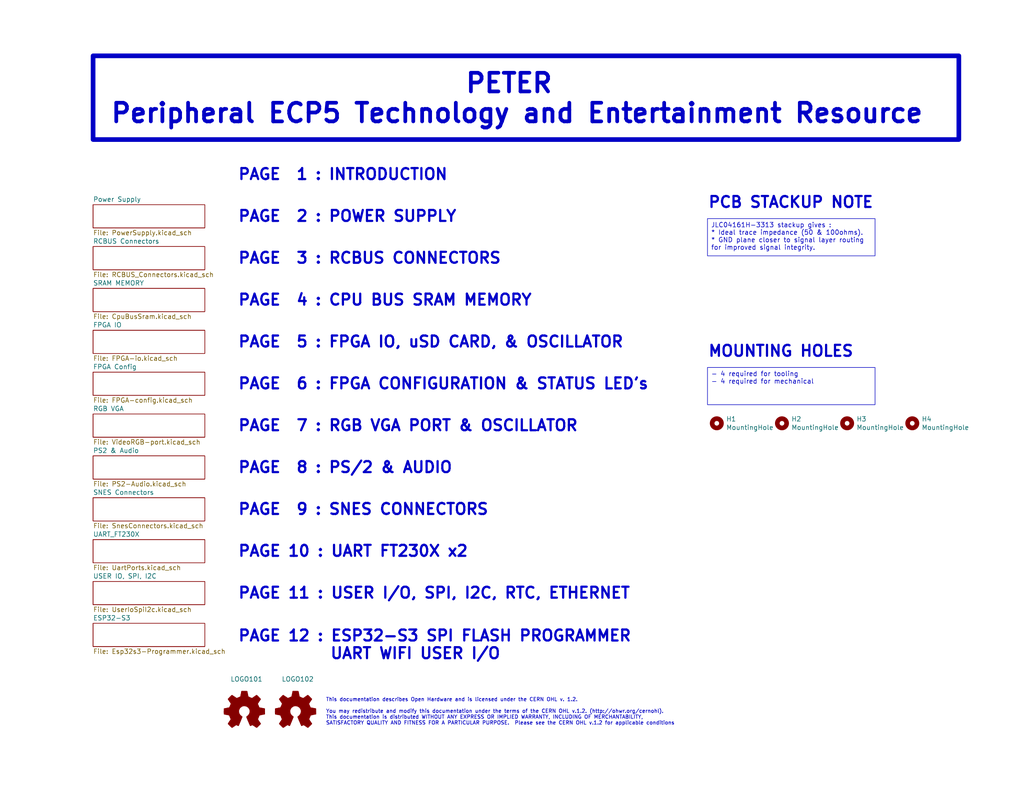
<source format=kicad_sch>
(kicad_sch
	(version 20231120)
	(generator "eeschema")
	(generator_version "8.0")
	(uuid "427359ba-a628-45f2-b713-ef7013e70a1d")
	(paper "A")
	(title_block
		(title "PETER")
		(date "2024-07-29")
		(rev "0.0")
		(company "Denno Wiggle")
		(comment 1 "Peripheral ECP5 Technology and Entertainment")
		(comment 2 "Resource. Connects to CPU card/RCBUS card.")
	)
	(lib_symbols
		(symbol "Graphic:Logo_Open_Hardware_Small"
			(exclude_from_sim no)
			(in_bom no)
			(on_board no)
			(property "Reference" "#SYM"
				(at 0 6.985 0)
				(effects
					(font
						(size 1.27 1.27)
					)
					(hide yes)
				)
			)
			(property "Value" "Logo_Open_Hardware_Small"
				(at 0 -5.715 0)
				(effects
					(font
						(size 1.27 1.27)
					)
					(hide yes)
				)
			)
			(property "Footprint" ""
				(at 0 0 0)
				(effects
					(font
						(size 1.27 1.27)
					)
					(hide yes)
				)
			)
			(property "Datasheet" "~"
				(at 0 0 0)
				(effects
					(font
						(size 1.27 1.27)
					)
					(hide yes)
				)
			)
			(property "Description" "Open Hardware logo, small"
				(at 0 0 0)
				(effects
					(font
						(size 1.27 1.27)
					)
					(hide yes)
				)
			)
			(property "Sim.Enable" "0"
				(at 0 0 0)
				(effects
					(font
						(size 1.27 1.27)
					)
					(hide yes)
				)
			)
			(property "ki_keywords" "Logo"
				(at 0 0 0)
				(effects
					(font
						(size 1.27 1.27)
					)
					(hide yes)
				)
			)
			(symbol "Logo_Open_Hardware_Small_0_1"
				(polyline
					(pts
						(xy 3.3528 -4.3434) (xy 3.302 -4.318) (xy 3.175 -4.2418) (xy 2.9972 -4.1148) (xy 2.7686 -3.9624)
						(xy 2.54 -3.81) (xy 2.3622 -3.7084) (xy 2.2352 -3.6068) (xy 2.1844 -3.5814) (xy 2.159 -3.6068)
						(xy 2.0574 -3.6576) (xy 1.905 -3.7338) (xy 1.8034 -3.7846) (xy 1.6764 -3.8354) (xy 1.6002 -3.8354)
						(xy 1.6002 -3.8354) (xy 1.5494 -3.7338) (xy 1.4732 -3.5306) (xy 1.3462 -3.302) (xy 1.2446 -3.0226)
						(xy 1.1176 -2.7178) (xy 0.9652 -2.413) (xy 0.8636 -2.1082) (xy 0.7366 -1.8288) (xy 0.6604 -1.6256)
						(xy 0.6096 -1.4732) (xy 0.5842 -1.397) (xy 0.5842 -1.397) (xy 0.6604 -1.3208) (xy 0.7874 -1.2446)
						(xy 1.0414 -1.016) (xy 1.2954 -0.6858) (xy 1.4478 -0.3302) (xy 1.524 0.0762) (xy 1.4732 0.4572)
						(xy 1.3208 0.8128) (xy 1.0668 1.143) (xy 0.762 1.3716) (xy 0.4064 1.524) (xy 0 1.5748) (xy -0.381 1.5494)
						(xy -0.7366 1.397) (xy -1.0668 1.143) (xy -1.2192 0.9906) (xy -1.397 0.6604) (xy -1.524 0.3048)
						(xy -1.524 0.2286) (xy -1.4986 -0.1778) (xy -1.397 -0.5334) (xy -1.1938 -0.8636) (xy -0.9144 -1.143)
						(xy -0.8636 -1.1684) (xy -0.7366 -1.27) (xy -0.635 -1.3462) (xy -0.5842 -1.397) (xy -1.0668 -2.5908)
						(xy -1.143 -2.794) (xy -1.2954 -3.1242) (xy -1.397 -3.4036) (xy -1.4986 -3.6322) (xy -1.5748 -3.7846)
						(xy -1.6002 -3.8354) (xy -1.6002 -3.8354) (xy -1.651 -3.8354) (xy -1.7272 -3.81) (xy -1.905 -3.7338)
						(xy -2.0066 -3.683) (xy -2.1336 -3.6068) (xy -2.2098 -3.5814) (xy -2.2606 -3.6068) (xy -2.3622 -3.683)
						(xy -2.54 -3.81) (xy -2.7686 -3.9624) (xy -2.9718 -4.0894) (xy -3.1496 -4.2164) (xy -3.302 -4.318)
						(xy -3.3528 -4.3434) (xy -3.3782 -4.3434) (xy -3.429 -4.318) (xy -3.5306 -4.2164) (xy -3.7084 -4.064)
						(xy -3.937 -3.8354) (xy -3.9624 -3.81) (xy -4.1656 -3.6068) (xy -4.318 -3.4544) (xy -4.4196 -3.3274)
						(xy -4.445 -3.2766) (xy -4.445 -3.2766) (xy -4.4196 -3.2258) (xy -4.318 -3.0734) (xy -4.2164 -2.8956)
						(xy -4.064 -2.667) (xy -3.6576 -2.0828) (xy -3.8862 -1.5494) (xy -3.937 -1.3716) (xy -4.0386 -1.1684)
						(xy -4.0894 -1.0414) (xy -4.1148 -0.9652) (xy -4.191 -0.9398) (xy -4.318 -0.9144) (xy -4.5466 -0.8636)
						(xy -4.8006 -0.8128) (xy -5.0546 -0.7874) (xy -5.2578 -0.7366) (xy -5.4356 -0.7112) (xy -5.5118 -0.6858)
						(xy -5.5118 -0.6858) (xy -5.5372 -0.635) (xy -5.5372 -0.5588) (xy -5.5372 -0.4318) (xy -5.5626 -0.2286)
						(xy -5.5626 0.0762) (xy -5.5626 0.127) (xy -5.5372 0.4064) (xy -5.5372 0.635) (xy -5.5372 0.762)
						(xy -5.5372 0.8382) (xy -5.5372 0.8382) (xy -5.461 0.8382) (xy -5.3086 0.889) (xy -5.08 0.9144)
						(xy -4.826 0.9652) (xy -4.8006 0.9906) (xy -4.5466 1.0414) (xy -4.318 1.0668) (xy -4.1656 1.1176)
						(xy -4.0894 1.143) (xy -4.0894 1.143) (xy -4.0386 1.2446) (xy -3.9624 1.4224) (xy -3.8608 1.6256)
						(xy -3.7846 1.8288) (xy -3.7084 2.0066) (xy -3.6576 2.159) (xy -3.6322 2.2098) (xy -3.6322 2.2098)
						(xy -3.683 2.286) (xy -3.7592 2.413) (xy -3.8862 2.5908) (xy -4.064 2.8194) (xy -4.064 2.8448)
						(xy -4.2164 3.0734) (xy -4.3434 3.2512) (xy -4.4196 3.3782) (xy -4.445 3.4544) (xy -4.445 3.4544)
						(xy -4.3942 3.5052) (xy -4.2926 3.6322) (xy -4.1148 3.81) (xy -3.937 4.0132) (xy -3.8608 4.064)
						(xy -3.6576 4.2926) (xy -3.5052 4.4196) (xy -3.4036 4.4958) (xy -3.3528 4.5212) (xy -3.3528 4.5212)
						(xy -3.302 4.4704) (xy -3.1496 4.3688) (xy -2.9718 4.2418) (xy -2.7432 4.0894) (xy -2.7178 4.0894)
						(xy -2.4892 3.937) (xy -2.3114 3.81) (xy -2.1844 3.7084) (xy -2.1336 3.683) (xy -2.1082 3.683)
						(xy -2.032 3.7084) (xy -1.8542 3.7592) (xy -1.6764 3.8354) (xy -1.4732 3.937) (xy -1.27 4.0132)
						(xy -1.143 4.064) (xy -1.0668 4.1148) (xy -1.0668 4.1148) (xy -1.0414 4.191) (xy -1.016 4.3434)
						(xy -0.9652 4.572) (xy -0.9144 4.8514) (xy -0.889 4.9022) (xy -0.8382 5.1562) (xy -0.8128 5.3848)
						(xy -0.7874 5.5372) (xy -0.762 5.588) (xy -0.7112 5.6134) (xy -0.5842 5.6134) (xy -0.4064 5.6134)
						(xy -0.1524 5.6134) (xy 0.0762 5.6134) (xy 0.3302 5.6134) (xy 0.5334 5.6134) (xy 0.6858 5.588)
						(xy 0.7366 5.588) (xy 0.7366 5.588) (xy 0.762 5.5118) (xy 0.8128 5.334) (xy 0.8382 5.1054) (xy 0.9144 4.826)
						(xy 0.9144 4.7752) (xy 0.9652 4.5212) (xy 1.016 4.2926) (xy 1.0414 4.1402) (xy 1.0668 4.0894)
						(xy 1.0668 4.0894) (xy 1.1938 4.0386) (xy 1.3716 3.9624) (xy 1.5748 3.8608) (xy 2.0828 3.6576)
						(xy 2.7178 4.0894) (xy 2.7686 4.1402) (xy 2.9972 4.2926) (xy 3.175 4.4196) (xy 3.302 4.4958) (xy 3.3782 4.5212)
						(xy 3.3782 4.5212) (xy 3.429 4.4704) (xy 3.556 4.3434) (xy 3.7338 4.191) (xy 3.9116 3.9878) (xy 4.064 3.8354)
						(xy 4.2418 3.6576) (xy 4.3434 3.556) (xy 4.4196 3.4798) (xy 4.4196 3.429) (xy 4.4196 3.4036) (xy 4.3942 3.3274)
						(xy 4.2926 3.2004) (xy 4.1656 2.9972) (xy 4.0132 2.794) (xy 3.8862 2.5908) (xy 3.7592 2.3876)
						(xy 3.6576 2.2352) (xy 3.6322 2.159) (xy 3.6322 2.1336) (xy 3.683 2.0066) (xy 3.7592 1.8288) (xy 3.8608 1.6002)
						(xy 4.064 1.1176) (xy 4.3942 1.0414) (xy 4.5974 1.016) (xy 4.8768 0.9652) (xy 5.1308 0.9144) (xy 5.5372 0.8382)
						(xy 5.5626 -0.6604) (xy 5.4864 -0.6858) (xy 5.4356 -0.6858) (xy 5.2832 -0.7366) (xy 5.0546 -0.762)
						(xy 4.8006 -0.8128) (xy 4.5974 -0.8636) (xy 4.3688 -0.9144) (xy 4.2164 -0.9398) (xy 4.1402 -0.9398)
						(xy 4.1148 -0.9652) (xy 4.064 -1.0668) (xy 3.9878 -1.2446) (xy 3.9116 -1.4478) (xy 3.81 -1.651)
						(xy 3.7338 -1.8542) (xy 3.683 -2.0066) (xy 3.6576 -2.0828) (xy 3.683 -2.1336) (xy 3.7846 -2.2606)
						(xy 3.8862 -2.4638) (xy 4.0386 -2.667) (xy 4.191 -2.8956) (xy 4.318 -3.0734) (xy 4.3942 -3.2004)
						(xy 4.445 -3.2766) (xy 4.4196 -3.3274) (xy 4.3434 -3.429) (xy 4.1656 -3.5814) (xy 3.937 -3.8354)
						(xy 3.8862 -3.8608) (xy 3.683 -4.064) (xy 3.5306 -4.2164) (xy 3.4036 -4.318) (xy 3.3528 -4.3434)
					)
					(stroke
						(width 0)
						(type default)
					)
					(fill
						(type outline)
					)
				)
			)
		)
		(symbol "Mechanical:MountingHole"
			(pin_names
				(offset 1.016)
			)
			(exclude_from_sim no)
			(in_bom yes)
			(on_board yes)
			(property "Reference" "H"
				(at 0 5.08 0)
				(effects
					(font
						(size 1.27 1.27)
					)
				)
			)
			(property "Value" "MountingHole"
				(at 0 3.175 0)
				(effects
					(font
						(size 1.27 1.27)
					)
				)
			)
			(property "Footprint" ""
				(at 0 0 0)
				(effects
					(font
						(size 1.27 1.27)
					)
					(hide yes)
				)
			)
			(property "Datasheet" "~"
				(at 0 0 0)
				(effects
					(font
						(size 1.27 1.27)
					)
					(hide yes)
				)
			)
			(property "Description" "Mounting Hole without connection"
				(at 0 0 0)
				(effects
					(font
						(size 1.27 1.27)
					)
					(hide yes)
				)
			)
			(property "ki_keywords" "mounting hole"
				(at 0 0 0)
				(effects
					(font
						(size 1.27 1.27)
					)
					(hide yes)
				)
			)
			(property "ki_fp_filters" "MountingHole*"
				(at 0 0 0)
				(effects
					(font
						(size 1.27 1.27)
					)
					(hide yes)
				)
			)
			(symbol "MountingHole_0_1"
				(circle
					(center 0 0)
					(radius 1.27)
					(stroke
						(width 1.27)
						(type default)
					)
					(fill
						(type none)
					)
				)
			)
		)
	)
	(text_box "                         PETER\nPeripheral ECP5 Technology and Entertainment Resource"
		(exclude_from_sim no)
		(at 25.4 15.24 0)
		(size 236.22 22.86)
		(stroke
			(width 1.27)
			(type default)
		)
		(fill
			(type none)
		)
		(effects
			(font
				(size 5.08 5.08)
				(thickness 1.016)
				(bold yes)
			)
			(justify left top)
		)
		(uuid "0415d99c-b82c-45bc-be8e-4deb9338cb0c")
	)
	(text_box "JLC04161H-3313 stackup gives :\n* Ideal trace impedance (50 & 100ohms).\n* GND plane closer to signal layer routing for improved signal integrity."
		(exclude_from_sim no)
		(at 193.04 59.69 0)
		(size 45.72 10.16)
		(stroke
			(width 0)
			(type default)
		)
		(fill
			(type none)
		)
		(effects
			(font
				(size 1.27 1.27)
			)
			(justify left top)
		)
		(uuid "8daa3c1b-4891-4ecd-9e22-747a0dd995d0")
	)
	(text_box "- 4 required for tooling\n- 4 required for mechanical"
		(exclude_from_sim no)
		(at 193.04 100.33 0)
		(size 45.72 10.16)
		(stroke
			(width 0)
			(type default)
		)
		(fill
			(type none)
		)
		(effects
			(font
				(size 1.27 1.27)
			)
			(justify left top)
		)
		(uuid "f75a0eab-9ea7-4079-b9f6-4065a75aa3b4")
	)
	(text "MOUNTING HOLES"
		(exclude_from_sim no)
		(at 193.04 97.79 0)
		(effects
			(font
				(size 2.9972 2.9972)
				(thickness 0.5994)
				(bold yes)
			)
			(justify left bottom)
		)
		(uuid "041fa91b-9527-495a-adb6-55f80f0e9bbd")
	)
	(text "PAGE 10 : UART FT230X x2"
		(exclude_from_sim no)
		(at 64.77 152.4 0)
		(effects
			(font
				(size 2.9972 2.9972)
				(thickness 0.5994)
				(bold yes)
			)
			(justify left bottom)
		)
		(uuid "29b99d8b-cd5e-4e22-808a-a3ca54a600a1")
	)
	(text "PAGE  4 : CPU BUS SRAM MEMORY"
		(exclude_from_sim no)
		(at 64.77 83.82 0)
		(effects
			(font
				(size 2.9972 2.9972)
				(thickness 0.5994)
				(bold yes)
			)
			(justify left bottom)
		)
		(uuid "3c329aa0-7971-4794-b916-dd7c8a534d4d")
	)
	(text "PAGE  3 : RCBUS CONNECTORS"
		(exclude_from_sim no)
		(at 64.77 72.39 0)
		(effects
			(font
				(size 2.9972 2.9972)
				(thickness 0.5994)
				(bold yes)
			)
			(justify left bottom)
		)
		(uuid "3cef7684-de48-43d9-9f9b-ca68497ed19d")
	)
	(text "PAGE  7 : RGB VGA PORT & OSCILLATOR"
		(exclude_from_sim no)
		(at 64.77 118.11 0)
		(effects
			(font
				(size 2.9972 2.9972)
				(thickness 0.5994)
				(bold yes)
			)
			(justify left bottom)
		)
		(uuid "44627c6f-d221-41df-8d0f-abd89a0e5c93")
	)
	(text "PAGE  5 : FPGA IO, uSD CARD, & OSCILLATOR"
		(exclude_from_sim no)
		(at 64.77 95.25 0)
		(effects
			(font
				(size 2.9972 2.9972)
				(thickness 0.5994)
				(bold yes)
			)
			(justify left bottom)
		)
		(uuid "6f33464c-3974-4a4f-a9c1-7895692b2f8c")
	)
	(text "PAGE  2 : POWER SUPPLY"
		(exclude_from_sim no)
		(at 64.77 60.96 0)
		(effects
			(font
				(size 2.9972 2.9972)
				(thickness 0.5994)
				(bold yes)
			)
			(justify left bottom)
		)
		(uuid "81dfcee4-75e9-4569-8765-ce299ccb3ddd")
	)
	(text "PCB STACKUP NOTE"
		(exclude_from_sim no)
		(at 193.04 57.15 0)
		(effects
			(font
				(size 2.9972 2.9972)
				(thickness 0.5994)
				(bold yes)
			)
			(justify left bottom)
		)
		(uuid "84b9b7eb-f160-4eb9-8d12-a378d3479bb7")
	)
	(text "PAGE 12 : ESP32-S3 SPI FLASH PROGRAMMER\n           UART WIFI USER I/O"
		(exclude_from_sim no)
		(at 64.77 180.34 0)
		(effects
			(font
				(size 2.9972 2.9972)
				(thickness 0.5994)
				(bold yes)
			)
			(justify left bottom)
		)
		(uuid "8605aa77-ad5b-4d9b-a6e0-9c97d97c98c7")
	)
	(text "PAGE  9 : SNES CONNECTORS"
		(exclude_from_sim no)
		(at 64.77 140.97 0)
		(effects
			(font
				(size 2.9972 2.9972)
				(thickness 0.5994)
				(bold yes)
			)
			(justify left bottom)
		)
		(uuid "ab3e1e33-8053-400d-8000-02413f77277a")
	)
	(text "PAGE 11 : USER I/O, SPI, I2C, RTC, ETHERNET"
		(exclude_from_sim no)
		(at 64.77 163.83 0)
		(effects
			(font
				(size 2.9972 2.9972)
				(thickness 0.5994)
				(bold yes)
			)
			(justify left bottom)
		)
		(uuid "ace2a068-3808-43a3-ac34-8eaeb3afdc81")
	)
	(text "PAGE  8 : PS/2 & AUDIO"
		(exclude_from_sim no)
		(at 64.77 129.54 0)
		(effects
			(font
				(size 2.9972 2.9972)
				(thickness 0.5994)
				(bold yes)
			)
			(justify left bottom)
		)
		(uuid "b0082241-baae-4fb4-bf87-a3264feccd3c")
	)
	(text "PAGE  1 : INTRODUCTION"
		(exclude_from_sim no)
		(at 64.77 49.53 0)
		(effects
			(font
				(size 2.9972 2.9972)
				(thickness 0.5994)
				(bold yes)
			)
			(justify left bottom)
		)
		(uuid "b9708d9f-bf83-49ce-9155-ba84462160be")
	)
	(text "PAGE  6 : FPGA CONFIGURATION & STATUS LED's"
		(exclude_from_sim no)
		(at 64.77 106.68 0)
		(effects
			(font
				(size 2.9972 2.9972)
				(thickness 0.5994)
				(bold yes)
			)
			(justify left bottom)
		)
		(uuid "cfc20cbd-79ef-4e4c-aacd-f2d878372c65")
	)
	(text "This documentation describes Open Hardware and is licensed under the CERN OHL v. 1.2.\n\nYou may redistribute and modify this documentation under the terms of the CERN OHL v.1.2. (http://ohwr.org/cernohl). \nThis documentation is distributed WITHOUT ANY EXPRESS OR IMPLIED WARRANTY, INCLUDING OF MERCHANTABILITY, \nSATISFACTORY QUALITY AND FITNESS FOR A PARTICULAR PURPOSE.  Please see the CERN OHL v.1.2 for applicable conditions"
		(exclude_from_sim no)
		(at 88.9 198.12 0)
		(effects
			(font
				(size 0.9906 0.9906)
			)
			(justify left bottom)
		)
		(uuid "dbc14e04-cb47-4d67-9f89-62c51310841e")
	)
	(symbol
		(lib_id "Mechanical:MountingHole")
		(at 213.36 115.57 0)
		(unit 1)
		(exclude_from_sim no)
		(in_bom yes)
		(on_board yes)
		(dnp no)
		(uuid "70bddc37-ccbc-4b26-8d44-b55c6c28f034")
		(property "Reference" "H2"
			(at 215.9 114.4016 0)
			(effects
				(font
					(size 1.27 1.27)
				)
				(justify left)
			)
		)
		(property "Value" "MountingHole"
			(at 215.9 116.713 0)
			(effects
				(font
					(size 1.27 1.27)
				)
				(justify left)
			)
		)
		(property "Footprint" "MountingHole:MountingHole_2.7mm_M2.5_DIN965"
			(at 213.36 115.57 0)
			(effects
				(font
					(size 1.27 1.27)
				)
				(hide yes)
			)
		)
		(property "Datasheet" "~"
			(at 213.36 115.57 0)
			(effects
				(font
					(size 1.27 1.27)
				)
				(hide yes)
			)
		)
		(property "Description" ""
			(at 213.36 115.57 0)
			(effects
				(font
					(size 1.27 1.27)
				)
				(hide yes)
			)
		)
		(property "Manufactutrer" ""
			(at 213.36 115.57 0)
			(effects
				(font
					(size 1.27 1.27)
				)
				(hide yes)
			)
		)
		(instances
			(project "PETER"
				(path "/427359ba-a628-45f2-b713-ef7013e70a1d"
					(reference "H2")
					(unit 1)
				)
			)
		)
	)
	(symbol
		(lib_id "Mechanical:MountingHole")
		(at 248.92 115.57 0)
		(unit 1)
		(exclude_from_sim no)
		(in_bom yes)
		(on_board yes)
		(dnp no)
		(uuid "a5458a10-ccc1-4e99-aad5-9a7493effa91")
		(property "Reference" "H4"
			(at 251.46 114.4016 0)
			(effects
				(font
					(size 1.27 1.27)
				)
				(justify left)
			)
		)
		(property "Value" "MountingHole"
			(at 251.46 116.713 0)
			(effects
				(font
					(size 1.27 1.27)
				)
				(justify left)
			)
		)
		(property "Footprint" "MountingHole:MountingHole_2.7mm_M2.5_DIN965"
			(at 248.92 115.57 0)
			(effects
				(font
					(size 1.27 1.27)
				)
				(hide yes)
			)
		)
		(property "Datasheet" "~"
			(at 248.92 115.57 0)
			(effects
				(font
					(size 1.27 1.27)
				)
				(hide yes)
			)
		)
		(property "Description" ""
			(at 248.92 115.57 0)
			(effects
				(font
					(size 1.27 1.27)
				)
				(hide yes)
			)
		)
		(property "Manufactutrer" ""
			(at 248.92 115.57 0)
			(effects
				(font
					(size 1.27 1.27)
				)
				(hide yes)
			)
		)
		(instances
			(project "PETER"
				(path "/427359ba-a628-45f2-b713-ef7013e70a1d"
					(reference "H4")
					(unit 1)
				)
			)
		)
	)
	(symbol
		(lib_id "Graphic:Logo_Open_Hardware_Small")
		(at 66.675 194.31 0)
		(unit 1)
		(exclude_from_sim no)
		(in_bom no)
		(on_board yes)
		(dnp no)
		(uuid "dc563596-6625-49cb-8e8f-d0a840665408")
		(property "Reference" "LOGO101"
			(at 62.865 185.42 0)
			(effects
				(font
					(size 1.27 1.27)
				)
				(justify left)
			)
		)
		(property "Value" "Logo_Open_Hardware_Small"
			(at 66.675 200.025 0)
			(effects
				(font
					(size 1.27 1.27)
				)
				(hide yes)
			)
		)
		(property "Footprint" "Symbol:OSHW-Logo_7.5x8mm_SilkScreen"
			(at 66.675 194.31 0)
			(effects
				(font
					(size 1.27 1.27)
				)
				(hide yes)
			)
		)
		(property "Datasheet" "~"
			(at 66.675 194.31 0)
			(effects
				(font
					(size 1.27 1.27)
				)
				(hide yes)
			)
		)
		(property "Description" ""
			(at 66.675 194.31 0)
			(effects
				(font
					(size 1.27 1.27)
				)
				(hide yes)
			)
		)
		(property "Manufactutrer" ""
			(at 66.675 194.31 0)
			(effects
				(font
					(size 1.27 1.27)
				)
				(hide yes)
			)
		)
		(instances
			(project "PETER"
				(path "/427359ba-a628-45f2-b713-ef7013e70a1d"
					(reference "LOGO101")
					(unit 1)
				)
			)
			(project "BreadboardPower"
				(path "/92f128c2-44ae-4397-9887-fb9d3a6770f1"
					(reference "LOGO10")
					(unit 1)
				)
			)
		)
	)
	(symbol
		(lib_id "Mechanical:MountingHole")
		(at 231.14 115.57 0)
		(unit 1)
		(exclude_from_sim no)
		(in_bom yes)
		(on_board yes)
		(dnp no)
		(uuid "ee931b41-959e-44ae-a9b5-84e83454c8d8")
		(property "Reference" "H3"
			(at 233.68 114.4016 0)
			(effects
				(font
					(size 1.27 1.27)
				)
				(justify left)
			)
		)
		(property "Value" "MountingHole"
			(at 233.68 116.713 0)
			(effects
				(font
					(size 1.27 1.27)
				)
				(justify left)
			)
		)
		(property "Footprint" "MountingHole:MountingHole_2.7mm_M2.5_DIN965"
			(at 231.14 115.57 0)
			(effects
				(font
					(size 1.27 1.27)
				)
				(hide yes)
			)
		)
		(property "Datasheet" "~"
			(at 231.14 115.57 0)
			(effects
				(font
					(size 1.27 1.27)
				)
				(hide yes)
			)
		)
		(property "Description" ""
			(at 231.14 115.57 0)
			(effects
				(font
					(size 1.27 1.27)
				)
				(hide yes)
			)
		)
		(property "Manufactutrer" ""
			(at 231.14 115.57 0)
			(effects
				(font
					(size 1.27 1.27)
				)
				(hide yes)
			)
		)
		(instances
			(project "PETER"
				(path "/427359ba-a628-45f2-b713-ef7013e70a1d"
					(reference "H3")
					(unit 1)
				)
			)
		)
	)
	(symbol
		(lib_id "Graphic:Logo_Open_Hardware_Small")
		(at 80.645 194.31 0)
		(unit 1)
		(exclude_from_sim no)
		(in_bom no)
		(on_board yes)
		(dnp no)
		(uuid "f0b9fef6-7dca-4a23-83d1-a6b18c699882")
		(property "Reference" "LOGO102"
			(at 76.835 185.42 0)
			(effects
				(font
					(size 1.27 1.27)
				)
				(justify left)
			)
		)
		(property "Value" "Logo_Open_Hardware_Small"
			(at 80.645 200.025 0)
			(effects
				(font
					(size 1.27 1.27)
				)
				(hide yes)
			)
		)
		(property "Footprint" "Symbol:OSHW-Logo_7.5x8mm_SilkScreen"
			(at 80.645 194.31 0)
			(effects
				(font
					(size 1.27 1.27)
				)
				(hide yes)
			)
		)
		(property "Datasheet" "~"
			(at 80.645 194.31 0)
			(effects
				(font
					(size 1.27 1.27)
				)
				(hide yes)
			)
		)
		(property "Description" ""
			(at 80.645 194.31 0)
			(effects
				(font
					(size 1.27 1.27)
				)
				(hide yes)
			)
		)
		(property "Manufactutrer" ""
			(at 80.645 194.31 0)
			(effects
				(font
					(size 1.27 1.27)
				)
				(hide yes)
			)
		)
		(instances
			(project "PETER"
				(path "/427359ba-a628-45f2-b713-ef7013e70a1d"
					(reference "LOGO102")
					(unit 1)
				)
			)
			(project "BreadboardPower"
				(path "/92f128c2-44ae-4397-9887-fb9d3a6770f1"
					(reference "LOGO10")
					(unit 1)
				)
			)
		)
	)
	(symbol
		(lib_id "Mechanical:MountingHole")
		(at 195.58 115.57 0)
		(unit 1)
		(exclude_from_sim no)
		(in_bom yes)
		(on_board yes)
		(dnp no)
		(uuid "f767b9db-9778-4688-b12b-8ffeb0c50964")
		(property "Reference" "H1"
			(at 198.12 114.4016 0)
			(effects
				(font
					(size 1.27 1.27)
				)
				(justify left)
			)
		)
		(property "Value" "MountingHole"
			(at 198.12 116.713 0)
			(effects
				(font
					(size 1.27 1.27)
				)
				(justify left)
			)
		)
		(property "Footprint" "MountingHole:MountingHole_2.7mm_M2.5_DIN965"
			(at 195.58 115.57 0)
			(effects
				(font
					(size 1.27 1.27)
				)
				(hide yes)
			)
		)
		(property "Datasheet" "~"
			(at 195.58 115.57 0)
			(effects
				(font
					(size 1.27 1.27)
				)
				(hide yes)
			)
		)
		(property "Description" ""
			(at 195.58 115.57 0)
			(effects
				(font
					(size 1.27 1.27)
				)
				(hide yes)
			)
		)
		(property "Manufactutrer" ""
			(at 195.58 115.57 0)
			(effects
				(font
					(size 1.27 1.27)
				)
				(hide yes)
			)
		)
		(instances
			(project "PETER"
				(path "/427359ba-a628-45f2-b713-ef7013e70a1d"
					(reference "H1")
					(unit 1)
				)
			)
		)
	)
	(sheet
		(at 25.4 67.31)
		(size 30.48 6.35)
		(fields_autoplaced yes)
		(stroke
			(width 0.1524)
			(type solid)
		)
		(fill
			(color 0 0 0 0.0000)
		)
		(uuid "04dc4b49-9844-41fa-ac25-68a00757a1d1")
		(property "Sheetname" "RCBUS Connectors"
			(at 25.4 66.5984 0)
			(effects
				(font
					(size 1.27 1.27)
				)
				(justify left bottom)
			)
		)
		(property "Sheetfile" "RCBUS_Connectors.kicad_sch"
			(at 25.4 74.2446 0)
			(effects
				(font
					(size 1.27 1.27)
				)
				(justify left top)
			)
		)
		(instances
			(project "PETER"
				(path "/427359ba-a628-45f2-b713-ef7013e70a1d"
					(page "3")
				)
			)
		)
	)
	(sheet
		(at 25.4 135.89)
		(size 30.48 6.35)
		(fields_autoplaced yes)
		(stroke
			(width 0.1524)
			(type solid)
		)
		(fill
			(color 0 0 0 0.0000)
		)
		(uuid "63acd285-f879-4f2a-adfa-94fd2e517277")
		(property "Sheetname" "SNES Connectors"
			(at 25.4 135.1784 0)
			(effects
				(font
					(size 1.27 1.27)
				)
				(justify left bottom)
			)
		)
		(property "Sheetfile" "SnesConnectors.kicad_sch"
			(at 25.4 142.8246 0)
			(effects
				(font
					(size 1.27 1.27)
				)
				(justify left top)
			)
		)
		(instances
			(project "PETER"
				(path "/427359ba-a628-45f2-b713-ef7013e70a1d"
					(page "9")
				)
			)
		)
	)
	(sheet
		(at 25.4 158.75)
		(size 30.48 6.35)
		(fields_autoplaced yes)
		(stroke
			(width 0.1524)
			(type solid)
		)
		(fill
			(color 0 0 0 0.0000)
		)
		(uuid "72323569-dc9e-4ad8-a03a-dd8a7d45049e")
		(property "Sheetname" "USER IO, SPI, I2C"
			(at 25.4 158.0384 0)
			(effects
				(font
					(size 1.27 1.27)
				)
				(justify left bottom)
			)
		)
		(property "Sheetfile" "UserIoSpiI2c.kicad_sch"
			(at 25.4 165.6846 0)
			(effects
				(font
					(size 1.27 1.27)
				)
				(justify left top)
			)
		)
		(instances
			(project "PETER"
				(path "/427359ba-a628-45f2-b713-ef7013e70a1d"
					(page "11")
				)
			)
		)
	)
	(sheet
		(at 25.4 78.74)
		(size 30.48 6.35)
		(fields_autoplaced yes)
		(stroke
			(width 0.1524)
			(type solid)
		)
		(fill
			(color 0 0 0 0.0000)
		)
		(uuid "729d573e-48d4-4a7b-982b-1a88268e67e4")
		(property "Sheetname" "SRAM MEMORY"
			(at 25.4 78.0284 0)
			(effects
				(font
					(size 1.27 1.27)
				)
				(justify left bottom)
			)
		)
		(property "Sheetfile" "CpuBusSram.kicad_sch"
			(at 25.4 85.6746 0)
			(effects
				(font
					(size 1.27 1.27)
				)
				(justify left top)
			)
		)
		(instances
			(project "PETER"
				(path "/427359ba-a628-45f2-b713-ef7013e70a1d"
					(page "4")
				)
			)
		)
	)
	(sheet
		(at 25.4 113.03)
		(size 30.48 6.35)
		(fields_autoplaced yes)
		(stroke
			(width 0.1524)
			(type solid)
		)
		(fill
			(color 0 0 0 0.0000)
		)
		(uuid "8d53b4fd-275b-464c-b3fd-6200b8c4b57e")
		(property "Sheetname" "RGB VGA"
			(at 25.4 112.3184 0)
			(effects
				(font
					(size 1.27 1.27)
				)
				(justify left bottom)
			)
		)
		(property "Sheetfile" "VideoRGB-port.kicad_sch"
			(at 25.4 119.9646 0)
			(effects
				(font
					(size 1.27 1.27)
				)
				(justify left top)
			)
		)
		(property "Field2" ""
			(at 25.4 113.03 0)
			(effects
				(font
					(size 1.27 1.27)
				)
				(hide yes)
			)
		)
		(instances
			(project "PETER"
				(path "/427359ba-a628-45f2-b713-ef7013e70a1d"
					(page "7")
				)
			)
		)
	)
	(sheet
		(at 25.4 90.17)
		(size 30.48 6.35)
		(fields_autoplaced yes)
		(stroke
			(width 0.1524)
			(type solid)
		)
		(fill
			(color 0 0 0 0.0000)
		)
		(uuid "9882ca76-9a08-4330-a3c9-00e834b9edc6")
		(property "Sheetname" "FPGA IO"
			(at 25.4 89.4584 0)
			(effects
				(font
					(size 1.27 1.27)
				)
				(justify left bottom)
			)
		)
		(property "Sheetfile" "FPGA-io.kicad_sch"
			(at 25.4 97.1046 0)
			(effects
				(font
					(size 1.27 1.27)
				)
				(justify left top)
			)
		)
		(instances
			(project "PETER"
				(path "/427359ba-a628-45f2-b713-ef7013e70a1d"
					(page "5")
				)
			)
		)
	)
	(sheet
		(at 25.4 55.88)
		(size 30.48 6.35)
		(fields_autoplaced yes)
		(stroke
			(width 0.1524)
			(type solid)
		)
		(fill
			(color 0 0 0 0.0000)
		)
		(uuid "ab2aa111-dfb8-4f54-a3d2-2c17cf0e4d28")
		(property "Sheetname" "Power Supply"
			(at 25.4 55.1684 0)
			(effects
				(font
					(size 1.27 1.27)
				)
				(justify left bottom)
			)
		)
		(property "Sheetfile" "PowerSupply.kicad_sch"
			(at 25.4 62.8146 0)
			(effects
				(font
					(size 1.27 1.27)
				)
				(justify left top)
			)
		)
		(instances
			(project "PETER"
				(path "/427359ba-a628-45f2-b713-ef7013e70a1d"
					(page "2")
				)
			)
		)
	)
	(sheet
		(at 25.4 147.32)
		(size 30.48 6.35)
		(fields_autoplaced yes)
		(stroke
			(width 0.1524)
			(type solid)
		)
		(fill
			(color 0 0 0 0.0000)
		)
		(uuid "af55146f-93c2-431a-9eea-8903705e5a11")
		(property "Sheetname" "UART_FT230X"
			(at 25.4 146.6084 0)
			(effects
				(font
					(size 1.27 1.27)
				)
				(justify left bottom)
			)
		)
		(property "Sheetfile" "UartPorts.kicad_sch"
			(at 25.4 154.2546 0)
			(effects
				(font
					(size 1.27 1.27)
				)
				(justify left top)
			)
		)
		(instances
			(project "PETER"
				(path "/427359ba-a628-45f2-b713-ef7013e70a1d"
					(page "10")
				)
			)
		)
	)
	(sheet
		(at 25.4 124.46)
		(size 30.48 6.35)
		(fields_autoplaced yes)
		(stroke
			(width 0.1524)
			(type solid)
		)
		(fill
			(color 0 0 0 0.0000)
		)
		(uuid "d19fb447-0b5e-4d99-ae06-557589c41c16")
		(property "Sheetname" "PS2 & Audio"
			(at 25.4 123.7484 0)
			(effects
				(font
					(size 1.27 1.27)
				)
				(justify left bottom)
			)
		)
		(property "Sheetfile" "PS2-Audio.kicad_sch"
			(at 25.4 131.3946 0)
			(effects
				(font
					(size 1.27 1.27)
				)
				(justify left top)
			)
		)
		(instances
			(project "PETER"
				(path "/427359ba-a628-45f2-b713-ef7013e70a1d"
					(page "8")
				)
			)
		)
	)
	(sheet
		(at 25.4 170.18)
		(size 30.48 6.35)
		(fields_autoplaced yes)
		(stroke
			(width 0.1524)
			(type solid)
		)
		(fill
			(color 0 0 0 0.0000)
		)
		(uuid "f26ac0c8-47d2-4ff4-9112-bededfb94461")
		(property "Sheetname" "ESP32-S3"
			(at 25.4 169.4684 0)
			(effects
				(font
					(size 1.27 1.27)
				)
				(justify left bottom)
			)
		)
		(property "Sheetfile" "Esp32s3-Programmer.kicad_sch"
			(at 25.4 177.1146 0)
			(effects
				(font
					(size 1.27 1.27)
				)
				(justify left top)
			)
		)
		(instances
			(project "PETER"
				(path "/427359ba-a628-45f2-b713-ef7013e70a1d"
					(page "12")
				)
			)
		)
	)
	(sheet
		(at 25.4 101.6)
		(size 30.48 6.35)
		(fields_autoplaced yes)
		(stroke
			(width 0.1524)
			(type solid)
		)
		(fill
			(color 0 0 0 0.0000)
		)
		(uuid "f6a51455-76fd-4304-9177-cc02681ddf75")
		(property "Sheetname" "FPGA Config"
			(at 25.4 100.8884 0)
			(effects
				(font
					(size 1.27 1.27)
				)
				(justify left bottom)
			)
		)
		(property "Sheetfile" "FPGA-config.kicad_sch"
			(at 25.4 108.5346 0)
			(effects
				(font
					(size 1.27 1.27)
				)
				(justify left top)
			)
		)
		(instances
			(project "PETER"
				(path "/427359ba-a628-45f2-b713-ef7013e70a1d"
					(page "6")
				)
			)
		)
	)
	(sheet_instances
		(path "/"
			(page "1")
		)
	)
)

</source>
